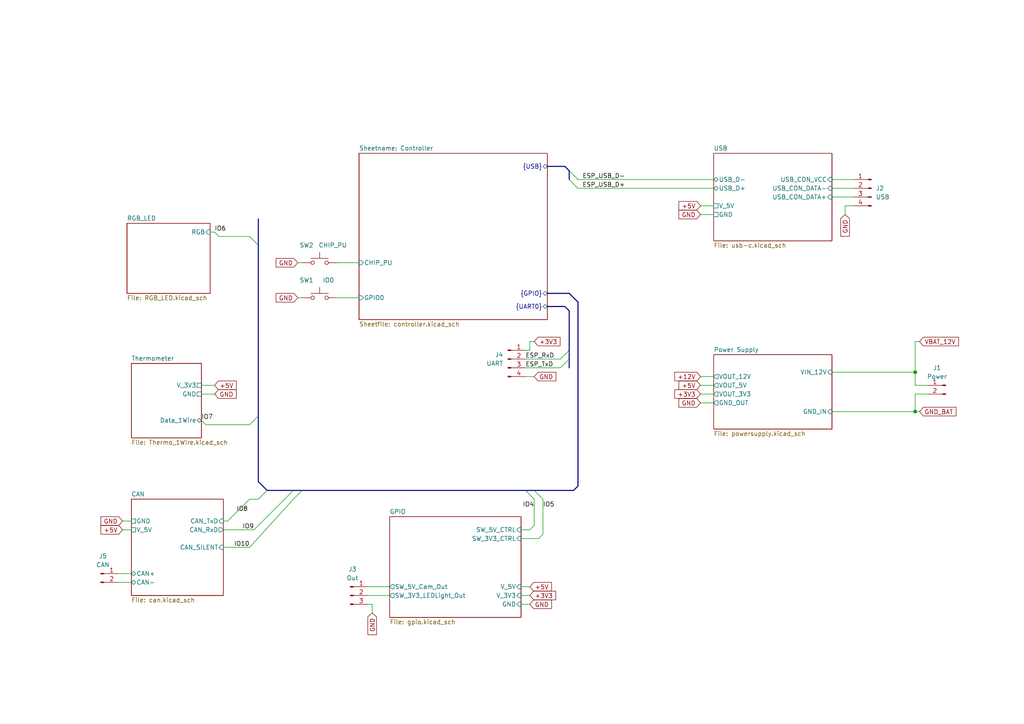
<source format=kicad_sch>
(kicad_sch (version 20250114) (generator "eeschema") (generator_version "9.0")
  (paper "A4")
  (lib_symbols
    (symbol "Connector:Conn_01x02_Pin" (pin_names (offset 1.016) (hide yes))
      (property "Reference" "J" (at 0 2.54 0))
      (property "Value" "Conn_01x02_Pin" (at 0 -5.08 0))
      (symbol "Conn_01x02_Pin_1_1"
        (rectangle (start 0.8636 0.127) (end 0 -0.127) (stroke (width 0.1524)) (fill (type outline)))
        (rectangle (start 0.8636 -2.413) (end 0 -2.667) (stroke (width 0.1524)) (fill (type outline)))
        (polyline (pts (xy 1.27 0) (xy 0.8636 0)) (stroke (width 0.1524)))
        (polyline (pts (xy 1.27 -2.54) (xy 0.8636 -2.54)) (stroke (width 0.1524)))
        (pin passive line (at 5.08 0 180) (length 3.81) (name "Pin_1") (number "1"))
        (pin passive line (at 5.08 -2.54 180) (length 3.81) (name "Pin_2") (number "2"))
      )
    )
    (symbol "Connector:Conn_01x03_Pin" (pin_names (offset 1.016) (hide yes))
      (property "Reference" "J" (at 0 5.08 0))
      (property "Value" "Conn_01x03_Pin" (at 0 -5.08 0))
      (symbol "Conn_01x03_Pin_1_1"
        (rectangle (start 0.8636 2.667) (end 0 2.413) (stroke (width 0.1524)) (fill (type outline)))
        (rectangle (start 0.8636 0.127) (end 0 -0.127) (stroke (width 0.1524)) (fill (type outline)))
        (rectangle (start 0.8636 -2.413) (end 0 -2.667) (stroke (width 0.1524)) (fill (type outline)))
        (polyline (pts (xy 1.27 2.54) (xy 0.8636 2.54)) (stroke (width 0.1524)))
        (polyline (pts (xy 1.27 0) (xy 0.8636 0)) (stroke (width 0.1524)))
        (polyline (pts (xy 1.27 -2.54) (xy 0.8636 -2.54)) (stroke (width 0.1524)))
        (pin passive line (at 5.08 2.54 180) (length 3.81) (name "Pin_1") (number "1"))
        (pin passive line (at 5.08 0 180) (length 3.81) (name "Pin_2") (number "2"))
        (pin passive line (at 5.08 -2.54 180) (length 3.81) (name "Pin_3") (number "3"))
      )
    )
    (symbol "Connector:Conn_01x04_Pin" (pin_names (offset 1.016) (hide yes))
      (property "Reference" "J" (at 0 5.08 0))
      (property "Value" "Conn_01x04_Pin" (at 0 -7.62 0))
      (symbol "Conn_01x04_Pin_1_1"
        (rectangle (start 0.8636 2.667) (end 0 2.413) (stroke (width 0.1524)) (fill (type outline)))
        (rectangle (start 0.8636 0.127) (end 0 -0.127) (stroke (width 0.1524)) (fill (type outline)))
        (rectangle (start 0.8636 -2.413) (end 0 -2.667) (stroke (width 0.1524)) (fill (type outline)))
        (rectangle (start 0.8636 -4.953) (end 0 -5.207) (stroke (width 0.1524)) (fill (type outline)))
        (polyline (pts (xy 1.27 2.54) (xy 0.8636 2.54)) (stroke (width 0.1524)))
        (polyline (pts (xy 1.27 0) (xy 0.8636 0)) (stroke (width 0.1524)))
        (polyline (pts (xy 1.27 -2.54) (xy 0.8636 -2.54)) (stroke (width 0.1524)))
        (polyline (pts (xy 1.27 -5.08) (xy 0.8636 -5.08)) (stroke (width 0.1524)))
        (pin passive line (at 5.08 2.54 180) (length 3.81) (name "Pin_1") (number "1"))
        (pin passive line (at 5.08 0 180) (length 3.81) (name "Pin_2") (number "2"))
        (pin passive line (at 5.08 -2.54 180) (length 3.81) (name "Pin_3") (number "3"))
        (pin passive line (at 5.08 -5.08 180) (length 3.81) (name "Pin_4") (number "4"))
      )
    )
    (symbol "Switch:SW_Omron_B3FS" (pin_numbers (hide yes)) (pin_names (offset 1.016) (hide yes))
      (property "Reference" "SW" (at 1.27 2.54 0))
      (property "Value" "SW_Omron_B3FS" (at 0 -1.524 0))
      (symbol "SW_Omron_B3FS_0_1"
        (circle (center -2.032 0) (radius 0.508))
        (polyline (pts (xy 0 1.27) (xy 0 3.048)))
        (circle (center 2.032 0) (radius 0.508))
        (polyline (pts (xy 2.54 1.27) (xy -2.54 1.27)))
        (pin passive line (at -5.08 0 0) (length 2.54) (name "1") (number "1"))
        (pin passive line (at 5.08 0 180) (length 2.54) (name "2") (number "2"))
      )
    )
  )
  (junction (at 265.43 119.38))
  (junction (at 265.43 107.95))
  (bus_entry (at 165.1 49.53) (size 2.54 2.54))
  (bus_entry (at 85.09 142.24) (size -2.54 2.54))
  (bus_entry (at 74.93 71.12) (size -2.54 -2.54))
  (bus_entry (at 77.47 142.24) (size -2.54 2.54))
  (bus_entry (at 74.93 120.65) (size -2.54 2.54))
  (bus_entry (at 154.94 142.24) (size 2.54 2.54))
  (bus_entry (at 165.1 104.14) (size -2.54 2.54))
  (bus_entry (at 87.63 142.24) (size -2.54 2.54))
  (bus_entry (at 165.1 52.07) (size 2.54 2.54))
  (bus_entry (at 165.1 101.6) (size -2.54 2.54))
  (bus_entry (at 152.4 142.24) (size 2.54 2.54))
  (bus (pts (xy 158.75 85.09) (xy 165.1 85.09)))
  (bus (pts (xy 158.75 88.9) (xy 163.83 88.9)))
  (bus (pts (xy 74.93 120.65) (xy 74.93 139.7)))
  (bus (pts (xy 167.64 87.63) (xy 167.64 140.97)))
  (wire (pts (xy 154.94 99.06) (xy 153.67 99.06)))
  (wire (pts (xy 241.3 107.95) (xy 265.43 107.95)))
  (wire (pts (xy 203.2 116.84) (xy 207.01 116.84)))
  (wire (pts (xy 154.94 109.22) (xy 152.4 109.22)))
  (wire (pts (xy 85.09 144.78) (xy 72.39 158.75)))
  (wire (pts (xy 97.79 86.36) (xy 104.14 86.36)))
  (wire (pts (xy 34.29 168.91) (xy 38.1 168.91)))
  (wire (pts (xy 107.95 175.26) (xy 107.95 177.8)))
  (wire (pts (xy 265.43 114.3) (xy 265.43 119.38)))
  (wire (pts (xy 153.67 153.67) (xy 154.94 152.4)))
  (bus (pts (xy 167.64 140.97) (xy 166.37 142.24)))
  (wire (pts (xy 34.29 166.37) (xy 38.1 166.37)))
  (wire (pts (xy 265.43 99.06) (xy 266.7 99.06)))
  (bus (pts (xy 165.1 85.09) (xy 167.64 87.63)))
  (wire (pts (xy 59.69 123.19) (xy 58.42 121.92)))
  (wire (pts (xy 106.68 175.26) (xy 107.95 175.26)))
  (wire (pts (xy 241.3 119.38) (xy 265.43 119.38)))
  (wire (pts (xy 58.42 111.76) (xy 62.23 111.76)))
  (wire (pts (xy 156.21 156.21) (xy 157.48 154.94)))
  (wire (pts (xy 265.43 119.38) (xy 266.7 119.38)))
  (bus (pts (xy 74.93 71.12) (xy 74.93 120.65)))
  (bus (pts (xy 158.75 48.26) (xy 163.83 48.26)))
  (wire (pts (xy 245.11 59.69) (xy 247.65 59.69)))
  (wire (pts (xy 151.13 153.67) (xy 153.67 153.67)))
  (wire (pts (xy 66.04 151.13) (xy 72.39 144.78)))
  (wire (pts (xy 38.1 151.13) (xy 35.56 151.13)))
  (bus (pts (xy 163.83 88.9) (xy 165.1 90.17)))
  (wire (pts (xy 64.77 158.75) (xy 72.39 158.75)))
  (wire (pts (xy 72.39 123.19) (xy 59.69 123.19)))
  (wire (pts (xy 153.67 101.6) (xy 152.4 101.6)))
  (wire (pts (xy 167.64 54.61) (xy 207.01 54.61)))
  (bus (pts (xy 87.63 142.24) (xy 85.09 142.24)))
  (wire (pts (xy 203.2 62.23) (xy 207.01 62.23)))
  (wire (pts (xy 74.93 144.78) (xy 72.39 144.78)))
  (wire (pts (xy 152.4 104.14) (xy 162.56 104.14)))
  (wire (pts (xy 241.3 52.07) (xy 247.65 52.07)))
  (wire (pts (xy 203.2 111.76) (xy 207.01 111.76)))
  (wire (pts (xy 86.36 76.2) (xy 87.63 76.2)))
  (wire (pts (xy 265.43 114.3) (xy 269.24 114.3)))
  (wire (pts (xy 82.55 144.78) (xy 73.66 153.67)))
  (wire (pts (xy 265.43 111.76) (xy 265.43 107.95)))
  (bus (pts (xy 163.83 48.26) (xy 165.1 49.53)))
  (bus (pts (xy 165.1 90.17) (xy 165.1 101.6)))
  (wire (pts (xy 151.13 175.26) (xy 153.67 175.26)))
  (wire (pts (xy 151.13 156.21) (xy 156.21 156.21)))
  (bus (pts (xy 152.4 142.24) (xy 87.63 142.24)))
  (bus (pts (xy 166.37 142.24) (xy 154.94 142.24)))
  (bus (pts (xy 154.94 142.24) (xy 152.4 142.24)))
  (wire (pts (xy 151.13 172.72) (xy 153.67 172.72)))
  (wire (pts (xy 86.36 86.36) (xy 87.63 86.36)))
  (wire (pts (xy 241.3 54.61) (xy 247.65 54.61)))
  (wire (pts (xy 154.94 144.78) (xy 154.94 152.4)))
  (wire (pts (xy 97.79 76.2) (xy 104.14 76.2)))
  (wire (pts (xy 167.64 52.07) (xy 207.01 52.07)))
  (wire (pts (xy 106.68 172.72) (xy 113.03 172.72)))
  (wire (pts (xy 203.2 114.3) (xy 207.01 114.3)))
  (wire (pts (xy 63.5 68.58) (xy 62.23 67.31)))
  (wire (pts (xy 265.43 111.76) (xy 269.24 111.76)))
  (wire (pts (xy 265.43 99.06) (xy 265.43 107.95)))
  (wire (pts (xy 72.39 68.58) (xy 63.5 68.58)))
  (bus (pts (xy 77.47 142.24) (xy 74.93 139.7)))
  (wire (pts (xy 203.2 109.22) (xy 207.01 109.22)))
  (bus (pts (xy 165.1 101.6) (xy 165.1 104.14)))
  (wire (pts (xy 64.77 151.13) (xy 66.04 151.13)))
  (wire (pts (xy 157.48 144.78) (xy 157.48 154.94)))
  (wire (pts (xy 58.42 114.3) (xy 62.23 114.3)))
  (wire (pts (xy 152.4 106.68) (xy 162.56 106.68)))
  (bus (pts (xy 165.1 104.14) (xy 165.1 106.68)))
  (bus (pts (xy 74.93 63.5) (xy 74.93 71.12)))
  (wire (pts (xy 241.3 57.15) (xy 247.65 57.15)))
  (wire (pts (xy 153.67 99.06) (xy 153.67 101.6)))
  (wire (pts (xy 35.56 153.67) (xy 38.1 153.67)))
  (wire (pts (xy 151.13 170.18) (xy 153.67 170.18)))
  (wire (pts (xy 64.77 153.67) (xy 73.66 153.67)))
  (bus (pts (xy 165.1 49.53) (xy 165.1 52.07)))
  (wire (pts (xy 62.23 67.31) (xy 60.96 67.31)))
  (bus (pts (xy 77.47 142.24) (xy 85.09 142.24)))
  (wire (pts (xy 106.68 170.18) (xy 113.03 170.18)))
  (wire (pts (xy 245.11 59.69) (xy 245.11 62.23)))
  (wire (pts (xy 203.2 59.69) (xy 207.01 59.69)))
  (label "IO7" (at 58.42 121.92 0))
  (label "ESP_USB_D-" (at 168.91 52.07 0))
  (label "IO5" (at 157.48 147.32 0))
  (label "IO4" (at 154.94 147.32 180))
  (label "ESP_USB_D+" (at 168.91 54.61 0))
  (label "IO8" (at 68.58 148.59 0))
  (label "ESP_RxD" (at 152.4 104.14 0))
  (label "IO10" (at 72.39 158.75 180))
  (label "IO9" (at 73.66 153.67 180))
  (label "IO6" (at 62.23 67.31 0))
  (label "ESP_TxD" (at 152.4 106.68 0))
  (global_label "GND" (shape input) (at 245.11 62.23 270) (property "Intersheetrefs" "${INTERSHEET_REFS}" (effects (hide yes))))
  (global_label "GND" (shape input) (at 203.2 116.84 180) (property "Intersheetrefs" "${INTERSHEET_REFS}" (effects (hide yes))))
  (global_label "+5V" (shape input) (at 62.23 111.76 0) (property "Intersheetrefs" "${INTERSHEET_REFS}" (effects (hide yes))))
  (global_label "GND" (shape input) (at 107.95 177.8 270) (property "Intersheetrefs" "${INTERSHEET_REFS}" (effects (hide yes))))
  (global_label "VBAT_12V" (shape input) (at 266.7 99.06 0) (property "Intersheetrefs" "${INTERSHEET_REFS}" (effects (hide yes))))
  (global_label "+12V" (shape input) (at 203.2 109.22 180) (property "Intersheetrefs" "${INTERSHEET_REFS}" (effects (hide yes))))
  (global_label "GND" (shape input) (at 154.94 109.22 0) (property "Intersheetrefs" "${INTERSHEET_REFS}" (effects (hide yes))))
  (global_label "+3V3" (shape input) (at 154.94 99.06 0) (property "Intersheetrefs" "${INTERSHEET_REFS}" (effects (hide yes))))
  (global_label "GND" (shape input) (at 62.23 114.3 0) (property "Intersheetrefs" "${INTERSHEET_REFS}" (effects (hide yes))))
  (global_label "GND_BAT" (shape input) (at 266.7 119.38 0) (property "Intersheetrefs" "${INTERSHEET_REFS}" (effects (hide yes))))
  (global_label "+5V" (shape input) (at 203.2 59.69 180) (property "Intersheetrefs" "${INTERSHEET_REFS}" (effects (hide yes))))
  (global_label "GND" (shape input) (at 153.67 175.26 0) (property "Intersheetrefs" "${INTERSHEET_REFS}" (effects (hide yes))))
  (global_label "+5V" (shape input) (at 153.67 170.18 0) (property "Intersheetrefs" "${INTERSHEET_REFS}" (effects (hide yes))))
  (global_label "+5V" (shape input) (at 35.56 153.67 180) (property "Intersheetrefs" "${INTERSHEET_REFS}" (effects (hide yes))))
  (global_label "GND" (shape input) (at 86.36 86.36 180) (property "Intersheetrefs" "${INTERSHEET_REFS}" (effects (hide yes))))
  (global_label "+3V3" (shape input) (at 153.67 172.72 0) (property "Intersheetrefs" "${INTERSHEET_REFS}" (effects (hide yes))))
  (global_label "+5V" (shape input) (at 203.2 111.76 180) (property "Intersheetrefs" "${INTERSHEET_REFS}" (effects (hide yes))))
  (global_label "GND" (shape input) (at 86.36 76.2 180) (property "Intersheetrefs" "${INTERSHEET_REFS}" (effects (hide yes))))
  (global_label "+3V3" (shape input) (at 203.2 114.3 180) (property "Intersheetrefs" "${INTERSHEET_REFS}" (effects (hide yes))))
  (global_label "GND" (shape input) (at 35.56 151.13 180) (property "Intersheetrefs" "${INTERSHEET_REFS}" (effects (hide yes))))
  (global_label "GND" (shape input) (at 203.2 62.23 180) (property "Intersheetrefs" "${INTERSHEET_REFS}" (effects (hide yes))))
  (symbol (lib_id "Connector:Conn_01x03_Pin") (at 101.6 172.72 0) (unit 1)
    (property "Reference" "J3" (at 102.235 165.1 0))
    (property "Value" "Out" (at 102.235 167.64 0))
    (property "Footprint" "Connector_PinHeader_2.54mm:PinHeader_1x03_P2.54mm_Horizontal" (effects (hide yes)))
    (property "Description" "Generic connector, single row, 01x03, script generated" (effects (hide yes)))
  )
  (symbol (lib_id "Connector:Conn_01x04_Pin") (at 252.73 54.61 0) (mirror y) (unit 1)
    (property "Reference" "J2" (at 254 54.6099 0) (effects (justify right)))
    (property "Value" "USB" (at 254 57.1499 0) (effects (justify right)))
    (property "Footprint" "Connector_PinSocket_2.54mm:PinSocket_1x04_P2.54mm_Vertical" (effects (hide yes)))
    (property "Description" "Generic connector, single row, 01x04, script generated" (effects (hide yes)))
  )
  (symbol (lib_id "Switch:SW_Omron_B3FS") (at 92.71 76.2 0) (unit 1)
    (property "Reference" "SW2" (at 88.9 71.12 0))
    (property "Value" "CHIP_PU" (at 96.52 71.12 0))
    (property "Footprint" "Button_Switch_SMD:SW_SPST_Omron_B3FS-100xP" (effects (hide yes)))
    (property "Datasheet" "https://omronfs.omron.com/en_US/ecb/products/pdf/en-b3fs.pdf" (effects (hide yes)))
    (property "Description" "Omron B3FS 6x6mm single pole normally-open tactile switch" (effects (hide yes)))
  )
  (symbol (lib_id "Connector:Conn_01x04_Pin") (at 147.32 104.14 0) (unit 1)
    (property "Reference" "J4" (at 144.78 102.87 0))
    (property "Value" "UART" (at 143.51 105.41 0))
    (property "Footprint" "Connector_PinSocket_2.54mm:PinSocket_1x04_P2.54mm_Vertical" (effects (hide yes)))
    (property "Description" "Generic connector, single row, 01x04, script generated" (effects (hide yes)))
  )
  (symbol (lib_id "Connector:Conn_01x02_Pin") (at 274.32 111.76 0) (mirror y) (unit 1)
    (property "Reference" "J1" (at 271.78 106.68 0))
    (property "Value" "Power" (at 271.78 109.22 0))
    (property "Footprint" "Connector_Molex:Molex_KK-254_AE-6410-02A_1x02_P2.54mm_Vertical" (effects (hide yes)))
    (property "Description" "Generic connector, single row, 01x02, script generated" (effects (hide yes)))
  )
  (symbol (lib_id "Switch:SW_Omron_B3FS") (at 92.71 86.36 0) (unit 1)
    (property "Reference" "SW1" (at 88.9 81.28 0))
    (property "Value" "IO0" (at 95.25 81.28 0))
    (property "Footprint" "Button_Switch_SMD:SW_SPST_Omron_B3FS-100xP" (effects (hide yes)))
    (property "Datasheet" "https://omronfs.omron.com/en_US/ecb/products/pdf/en-b3fs.pdf" (effects (hide yes)))
    (property "Description" "Omron B3FS 6x6mm single pole normally-open tactile switch" (effects (hide yes)))
  )
  (symbol (lib_id "Connector:Conn_01x02_Pin") (at 29.21 166.37 0) (unit 1)
    (property "Reference" "J5" (at 29.845 161.29 0))
    (property "Value" "CAN" (at 29.845 163.83 0))
    (property "Footprint" "Connector_PinSocket_2.54mm:PinSocket_1x02_P2.54mm_Vertical" (effects (hide yes)))
    (property "Description" "Generic connector, single row, 01x02, script generated" (effects (hide yes)))
  )
  (sheet (at 38.1 105.41) (size 20.32 21.59) (stroke (width 0.1524))
    (property "Sheetname" "Thermometer" (at 38.1 104.6984 0) (effects (justify left bottom)))
    (property "Sheetfile" "Thermo_1Wire.kicad_sch" (at 38.1 127.5846 0) (effects (justify left top)))
    (pin "Data_1Wire" bidirectional (at 58.42 121.92 0))
    (pin "V_3V3" passive (at 58.42 111.76 0))
    (pin "GND" passive (at 58.42 114.3 0))
  )
  (sheet (at 113.03 149.86) (size 38.1 29.21) (stroke (width 0.1524))
    (property "Sheetname" "GPIO" (at 113.03 149.1484 0) (effects (justify left bottom)))
    (property "Sheetfile" "gpio.kicad_sch" (at 113.03 179.6546 0) (effects (justify left top)))
    (pin "SW_5V_Cam_Out" output (at 113.03 170.18 180))
    (pin "SW_3V3_LEDLight_Out" output (at 113.03 172.72 180))
    (pin "SW_5V_CTRL" input (at 151.13 153.67 0))
    (pin "SW_3V3_CTRL" input (at 151.13 156.21 0))
    (pin "V_5V" input (at 151.13 170.18 0))
    (pin "V_3V3" input (at 151.13 172.72 0))
    (pin "GND" input (at 151.13 175.26 0))
  )
  (sheet (at 207.01 102.87) (size 34.29 21.59) (stroke (width 0.1524))
    (property "Sheetname" "Power Supply" (at 207.01 102.1584 0) (effects (justify left bottom)))
    (property "Sheetfile" "powersupply.kicad_sch" (at 207.01 125.0446 0) (effects (justify left top)))
    (pin "VIN_12V" input (at 241.3 107.95 0))
    (pin "GND_IN" input (at 241.3 119.38 0))
    (pin "VOUT_12V" output (at 207.01 109.22 180))
    (pin "VOUT_3V3" output (at 207.01 114.3 180))
    (pin "VOUT_5V" output (at 207.01 111.76 180))
    (pin "GND_OUT" output (at 207.01 116.84 180))
  )
  (sheet (at 104.14 44.45) (size 54.61 48.26) (stroke (width 0.1524))
    (property "Sheetname" "Controller" (at 104.14 43.7384 0) (show_name yes) (effects (justify left bottom)))
    (property "Sheetfile" "controller.kicad_sch" (at 104.14 93.2946 0) (show_name yes) (effects (justify left top)))
    (pin "{GPIO}" bidirectional (at 158.75 85.09 0))
    (pin "{UART0}" bidirectional (at 158.75 88.9 0))
    (pin "{USB}" bidirectional (at 158.75 48.26 0))
    (pin "CHIP_PU" input (at 104.14 76.2 180))
    (pin "GPIO0" input (at 104.14 86.36 180))
  )
  (sheet (at 38.1 144.78) (size 26.67 27.94) (stroke (width 0.1524))
    (property "Sheetname" "CAN" (at 38.1 144.0684 0) (effects (justify left bottom)))
    (property "Sheetfile" "can.kicad_sch" (at 38.1 173.3046 0) (effects (justify left top)))
    (pin "CAN_SILENT" input (at 64.77 158.75 0))
    (pin "CAN_TxD" input (at 64.77 151.13 0))
    (pin "CAN_RxD" output (at 64.77 153.67 0))
    (pin "V_5V" passive (at 38.1 153.67 180))
    (pin "GND" passive (at 38.1 151.13 180))
    (pin "CAN+" bidirectional (at 38.1 166.37 180))
    (pin "CAN-" bidirectional (at 38.1 168.91 180))
  )
  (sheet (at 36.83 64.77) (size 24.13 20.32) (stroke (width 0.1524))
    (property "Sheetname" "RGB_LED" (at 36.83 64.0584 0) (effects (justify left bottom)))
    (property "Sheetfile" "RGB_LED.kicad_sch" (at 36.83 85.6746 0) (effects (justify left top)))
    (pin "RGB" input (at 60.96 67.31 0))
  )
  (sheet (at 207.01 44.45) (size 34.29 25.4) (stroke (width 0.1524))
    (property "Sheetname" "USB" (at 207.01 43.7384 0) (effects (justify left bottom)))
    (property "Sheetfile" "usb-c.kicad_sch" (at 207.01 70.4346 0) (effects (justify left top)))
    (pin "USB_D-" bidirectional (at 207.01 52.07 180))
    (pin "USB_D+" bidirectional (at 207.01 54.61 180))
    (pin "GND" passive (at 207.01 62.23 180))
    (pin "V_5V" passive (at 207.01 59.69 180))
    (pin "USB_CON_VCC" input (at 241.3 52.07 0))
    (pin "USB_CON_DATA+" input (at 241.3 57.15 0))
    (pin "USB_CON_DATA-" input (at 241.3 54.61 0))
  )
)
</source>
